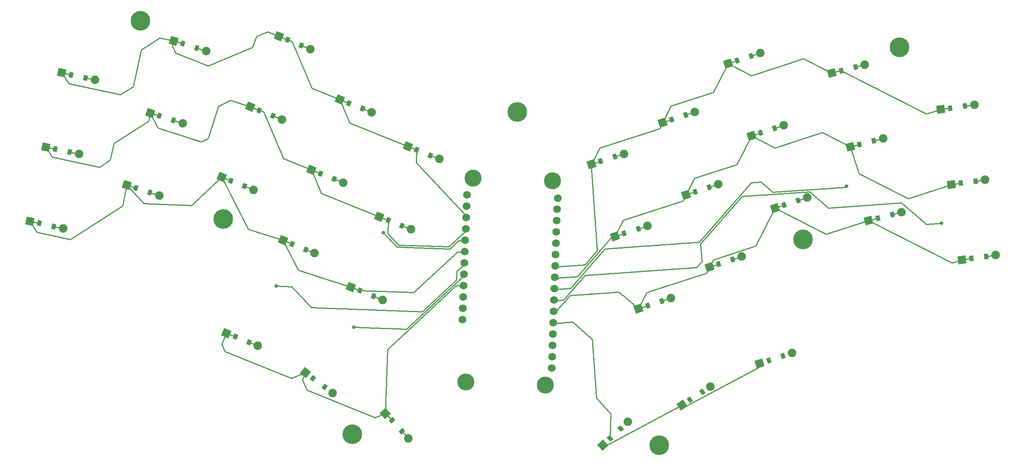
<source format=gbr>
%TF.GenerationSoftware,KiCad,Pcbnew,9.0.0*%
%TF.CreationDate,2025-06-15T19:28:49-07:00*%
%TF.ProjectId,flexible-determinist,666c6578-6962-46c6-952d-64657465726d,v1.0.0*%
%TF.SameCoordinates,Original*%
%TF.FileFunction,Copper,L1,Top*%
%TF.FilePolarity,Positive*%
%FSLAX46Y46*%
G04 Gerber Fmt 4.6, Leading zero omitted, Abs format (unit mm)*
G04 Created by KiCad (PCBNEW 9.0.0) date 2025-06-15 19:28:49*
%MOMM*%
%LPD*%
G01*
G04 APERTURE LIST*
G04 Aperture macros list*
%AMRotRect*
0 Rectangle, with rotation*
0 The origin of the aperture is its center*
0 $1 length*
0 $2 width*
0 $3 Rotation angle, in degrees counterclockwise*
0 Add horizontal line*
21,1,$1,$2,0,0,$3*%
G04 Aperture macros list end*
%TA.AperFunction,ComponentPad*%
%ADD10RotRect,1.778000X1.778000X338.000000*%
%TD*%
%TA.AperFunction,SMDPad,CuDef*%
%ADD11RotRect,0.900000X1.200000X338.000000*%
%TD*%
%TA.AperFunction,ComponentPad*%
%ADD12C,1.905000*%
%TD*%
%TA.AperFunction,ComponentPad*%
%ADD13C,0.700000*%
%TD*%
%TA.AperFunction,ComponentPad*%
%ADD14C,4.400000*%
%TD*%
%TA.AperFunction,ComponentPad*%
%ADD15RotRect,1.778000X1.778000X18.000000*%
%TD*%
%TA.AperFunction,SMDPad,CuDef*%
%ADD16RotRect,0.900000X1.200000X18.000000*%
%TD*%
%TA.AperFunction,ComponentPad*%
%ADD17RotRect,1.778000X1.778000X14.000000*%
%TD*%
%TA.AperFunction,SMDPad,CuDef*%
%ADD18RotRect,0.900000X1.200000X14.000000*%
%TD*%
%TA.AperFunction,ComponentPad*%
%ADD19RotRect,1.778000X1.778000X342.000000*%
%TD*%
%TA.AperFunction,SMDPad,CuDef*%
%ADD20RotRect,0.900000X1.200000X342.000000*%
%TD*%
%TA.AperFunction,ComponentPad*%
%ADD21RotRect,1.778000X1.778000X33.000000*%
%TD*%
%TA.AperFunction,SMDPad,CuDef*%
%ADD22RotRect,0.900000X1.200000X33.000000*%
%TD*%
%TA.AperFunction,ComponentPad*%
%ADD23RotRect,1.778000X1.778000X313.000000*%
%TD*%
%TA.AperFunction,SMDPad,CuDef*%
%ADD24RotRect,0.900000X1.200000X313.000000*%
%TD*%
%TA.AperFunction,ComponentPad*%
%ADD25RotRect,1.778000X1.778000X348.000000*%
%TD*%
%TA.AperFunction,SMDPad,CuDef*%
%ADD26RotRect,0.900000X1.200000X348.000000*%
%TD*%
%TA.AperFunction,ComponentPad*%
%ADD27RotRect,1.778000X1.778000X8.000000*%
%TD*%
%TA.AperFunction,SMDPad,CuDef*%
%ADD28RotRect,0.900000X1.200000X8.000000*%
%TD*%
%TA.AperFunction,WasherPad*%
%ADD29C,3.810000*%
%TD*%
%TA.AperFunction,ComponentPad*%
%ADD30C,1.752600*%
%TD*%
%TA.AperFunction,ComponentPad*%
%ADD31RotRect,1.778000X1.778000X323.000000*%
%TD*%
%TA.AperFunction,SMDPad,CuDef*%
%ADD32RotRect,0.900000X1.200000X323.000000*%
%TD*%
%TA.AperFunction,ComponentPad*%
%ADD33RotRect,1.778000X1.778000X43.000000*%
%TD*%
%TA.AperFunction,SMDPad,CuDef*%
%ADD34RotRect,0.900000X1.200000X43.000000*%
%TD*%
%TA.AperFunction,ViaPad*%
%ADD35C,0.800000*%
%TD*%
%TA.AperFunction,Conductor*%
%ADD36C,0.250000*%
%TD*%
G04 APERTURE END LIST*
D10*
%TO.P,D9,1*%
%TO.N,D5*%
X110951719Y-87808347D03*
D11*
X112954434Y-88617498D03*
%TO.P,D9,2*%
%TO.N,middle_top*%
X116014144Y-89853698D03*
D12*
X118016859Y-90662849D03*
%TD*%
D13*
%TO.P,_6,1*%
%TO.N,N/C*%
X248220254Y-90541990D03*
X248536449Y-89319362D03*
X248861205Y-91630104D03*
X250083833Y-91946299D03*
D14*
X249854198Y-90312355D03*
D13*
X249624563Y-88678411D03*
X250847191Y-88994606D03*
X251171947Y-91305348D03*
X251488142Y-90082720D03*
%TD*%
D15*
%TO.P,D25,1*%
%TO.N,A1*%
X221975605Y-126262195D03*
D16*
X224029888Y-125594715D03*
%TO.P,D25,2*%
%TO.N,mirror_middle_bottom*%
X227168372Y-124574965D03*
D12*
X229222655Y-123907485D03*
%TD*%
D17*
%TO.P,D24,1*%
%TO.N,D25*%
X234682772Y-96036629D03*
D18*
X236778609Y-95514073D03*
%TO.P,D24,2*%
%TO.N,mirror_ring_top*%
X239980579Y-94715737D03*
D12*
X242076416Y-94193181D03*
%TD*%
D15*
%TO.P,D26,1*%
%TO.N,D24*%
X216722315Y-110094229D03*
D16*
X218776598Y-109426749D03*
%TO.P,D26,2*%
%TO.N,mirror_middle_middle*%
X221915082Y-108406999D03*
D12*
X223969365Y-107739519D03*
%TD*%
D15*
%TO.P,D34,1*%
%TO.N,A0*%
X218549355Y-161022238D03*
D16*
X220603638Y-160354758D03*
%TO.P,D34,2*%
%TO.N,mirror_outer_cluster*%
X223742122Y-159335008D03*
D12*
X225796405Y-158667528D03*
%TD*%
D19*
%TO.P,D6,1*%
%TO.N,D5*%
X87465399Y-88794048D03*
D20*
X89519677Y-89461524D03*
%TO.P,D6,2*%
%TO.N,ring_top*%
X92658165Y-90481280D03*
D12*
X94712443Y-91148756D03*
%TD*%
D10*
%TO.P,D16,1*%
%TO.N,D13*%
X99208258Y-154246971D03*
D11*
X101210973Y-155056122D03*
%TO.P,D16,2*%
%TO.N,outer_cluster*%
X104270683Y-156292322D03*
D12*
X106273398Y-157101473D03*
%TD*%
D13*
%TO.P,_2,1*%
%TO.N,N/C*%
X78363331Y-84037057D03*
X78593469Y-85278765D03*
X79078622Y-82996304D03*
X80320330Y-82766166D03*
D14*
X79977276Y-84380111D03*
D13*
X79634222Y-85994056D03*
X80875930Y-85763918D03*
X81361083Y-83481457D03*
X81591221Y-84723165D03*
%TD*%
D21*
%TO.P,D35,1*%
%TO.N,A0*%
X201158154Y-170360147D03*
D22*
X202969683Y-169183729D03*
%TO.P,D35,2*%
%TO.N,mirror_mod_cluster*%
X205737297Y-167386421D03*
D12*
X207548826Y-166210003D03*
%TD*%
D23*
%TO.P,D18,1*%
%TO.N,D13*%
X134789510Y-172214123D03*
D24*
X136262627Y-173793848D03*
%TO.P,D18,2*%
%TO.N,space_cluster*%
X138513221Y-176207314D03*
D12*
X139986338Y-177787039D03*
%TD*%
D25*
%TO.P,D2,1*%
%TO.N,D6*%
X58837741Y-112601668D03*
D26*
X60950541Y-113050758D03*
%TO.P,D2,2*%
%TO.N,pinkie_middle*%
X64178431Y-113736866D03*
D12*
X66291231Y-114185956D03*
%TD*%
D15*
%TO.P,D29,1*%
%TO.N,D24*%
X202075426Y-123264989D03*
D16*
X204129709Y-122597509D03*
%TO.P,D29,2*%
%TO.N,mirror_index_middle*%
X207268193Y-121577759D03*
D12*
X209322476Y-120910279D03*
%TD*%
D15*
%TO.P,D31,1*%
%TO.N,A1*%
X191445775Y-148799494D03*
D16*
X193500058Y-148132014D03*
%TO.P,D31,2*%
%TO.N,mirror_inner_bottom*%
X196638542Y-147112264D03*
D12*
X198692825Y-146444784D03*
%TD*%
D13*
%TO.P,_4,1*%
%TO.N,N/C*%
X126290186Y-175709731D03*
X127473067Y-175267469D03*
X125766488Y-176858880D03*
X128622216Y-175791167D03*
D14*
X127415483Y-176916464D03*
D13*
X126208750Y-178041761D03*
X129064478Y-176974048D03*
X127357899Y-178565459D03*
X128540780Y-178123197D03*
%TD*%
D15*
%TO.P,D27,1*%
%TO.N,D25*%
X211469030Y-93926274D03*
D16*
X213523313Y-93258794D03*
%TO.P,D27,2*%
%TO.N,mirror_middle_top*%
X216661797Y-92239044D03*
D12*
X218716080Y-91571564D03*
%TD*%
D27*
%TO.P,D21,1*%
%TO.N,D25*%
X259061821Y-104165720D03*
D28*
X261200801Y-103865105D03*
%TO.P,D21,2*%
%TO.N,mirror_pinkie_top*%
X264468689Y-103405835D03*
D12*
X266607669Y-103105220D03*
%TD*%
D10*
%TO.P,D12,1*%
%TO.N,D5*%
X124644175Y-101968739D03*
D11*
X126646890Y-102777890D03*
%TO.P,D12,2*%
%TO.N,index_top*%
X129706600Y-104014090D03*
D12*
X131709315Y-104823241D03*
%TD*%
D27*
%TO.P,D19,1*%
%TO.N,A1*%
X263793709Y-137834828D03*
D28*
X265932689Y-137534213D03*
%TO.P,D19,2*%
%TO.N,mirror_pinkie_bottom*%
X269200577Y-137074943D03*
D12*
X271339557Y-136774328D03*
%TD*%
D13*
%TO.P,_5,1*%
%TO.N,N/C*%
X162658148Y-104716843D03*
X163181846Y-103567694D03*
X163100410Y-105899724D03*
X164364727Y-103125432D03*
D14*
X164307143Y-104774427D03*
D13*
X164249559Y-106423422D03*
X165513876Y-103649130D03*
X165432440Y-105981160D03*
X165956138Y-104832011D03*
%TD*%
D19*
%TO.P,D4,1*%
%TO.N,D10*%
X76958824Y-121129964D03*
D20*
X79013102Y-121797440D03*
%TO.P,D4,2*%
%TO.N,ring_bottom*%
X82151590Y-122817196D03*
D12*
X84205868Y-123484672D03*
%TD*%
D13*
%TO.P,_8,1*%
%TO.N,N/C*%
X194869815Y-180439456D03*
X194427553Y-179256575D03*
X196018964Y-180963154D03*
X194951251Y-178107426D03*
D14*
X196076548Y-179314159D03*
D13*
X197201845Y-180520892D03*
X196134132Y-177665164D03*
X197725543Y-179371743D03*
X197283281Y-178188862D03*
%TD*%
%TO.P,_7,1*%
%TO.N,N/C*%
X226687433Y-133773800D03*
X226786514Y-132514841D03*
X227507591Y-134734086D03*
X228766550Y-134833167D03*
D14*
X228256675Y-133263925D03*
D13*
X227746800Y-131694683D03*
X229005759Y-131793764D03*
X229726836Y-134013009D03*
X229825917Y-132754050D03*
%TD*%
D29*
%TO.P,_1,*%
%TO.N,*%
X152847892Y-165231875D03*
X170617061Y-165852388D03*
X154443497Y-119539726D03*
X172212666Y-120160239D03*
D30*
%TO.P,_1,1*%
%TO.N,VBAT*%
X152066212Y-151226063D03*
%TO.P,_1,2*%
%TO.N,EN*%
X152154857Y-148687610D03*
%TO.P,_1,3*%
%TO.N,VBUS*%
X152243501Y-146149157D03*
%TO.P,_1,4*%
%TO.N,D13*%
X152332142Y-143610705D03*
%TO.P,_1,5*%
%TO.N,D12*%
X152420787Y-141072251D03*
%TO.P,_1,6*%
%TO.N,D11*%
X152509435Y-138533799D03*
%TO.P,_1,7*%
%TO.N,D10*%
X152598081Y-135995346D03*
%TO.P,_1,8*%
%TO.N,D9*%
X152686725Y-133456894D03*
%TO.P,_1,9*%
%TO.N,D6*%
X152775369Y-130918440D03*
%TO.P,_1,10*%
%TO.N,D5*%
X152864013Y-128379988D03*
%TO.P,_1,11*%
%TO.N,SCL*%
X152952667Y-125841536D03*
%TO.P,_1,12*%
%TO.N,SDA*%
X153041304Y-123303083D03*
%TO.P,_1,13*%
%TO.N,RST*%
X172019254Y-162089031D03*
%TO.P,_1,14*%
%TO.N,V33*%
X172107891Y-159550578D03*
%TO.P,_1,15*%
X172196545Y-157012126D03*
%TO.P,_1,16*%
%TO.N,GND*%
X172285189Y-154473674D03*
%TO.P,_1,17*%
%TO.N,A0*%
X172373833Y-151935220D03*
%TO.P,_1,18*%
%TO.N,A1*%
X172462477Y-149396768D03*
%TO.P,_1,19*%
%TO.N,A2*%
X172551123Y-146858315D03*
%TO.P,_1,20*%
%TO.N,A3*%
X172639771Y-144319863D03*
%TO.P,_1,21*%
%TO.N,D24*%
X172728416Y-141781409D03*
%TO.P,_1,22*%
%TO.N,D25*%
X172817057Y-139242957D03*
%TO.P,_1,23*%
%TO.N,SCK*%
X172905701Y-136704504D03*
%TO.P,_1,24*%
%TO.N,MOSI*%
X172994346Y-134166051D03*
%TO.P,_1,25*%
%TO.N,MISO*%
X173082991Y-131627599D03*
%TO.P,_1,26*%
%TO.N,RX*%
X173171637Y-129089146D03*
%TO.P,_1,27*%
%TO.N,TX*%
X173260272Y-126550693D03*
%TO.P,_1,28*%
%TO.N,D4*%
X173348925Y-124012241D03*
%TD*%
D10*
%TO.P,D11,1*%
%TO.N,D6*%
X118275865Y-117730867D03*
D11*
X120278580Y-118540018D03*
%TO.P,D11,2*%
%TO.N,index_middle*%
X123338290Y-119776218D03*
D12*
X125341005Y-120585369D03*
%TD*%
D15*
%TO.P,D33,1*%
%TO.N,D25*%
X180939204Y-116463566D03*
D16*
X182993487Y-115796086D03*
%TO.P,D33,2*%
%TO.N,mirror_inner_top*%
X186131971Y-114776336D03*
D12*
X188186254Y-114108856D03*
%TD*%
D15*
%TO.P,D30,1*%
%TO.N,D25*%
X196822143Y-107097028D03*
D16*
X198876426Y-106429548D03*
%TO.P,D30,2*%
%TO.N,mirror_index_top*%
X202014910Y-105409798D03*
D12*
X204069193Y-104742318D03*
%TD*%
D27*
%TO.P,D20,1*%
%TO.N,D24*%
X261427770Y-121000268D03*
D28*
X263566750Y-120699653D03*
%TO.P,D20,2*%
%TO.N,mirror_pinkie_middle*%
X266834638Y-120240383D03*
D12*
X268973618Y-119939768D03*
%TD*%
D10*
%TO.P,D15,1*%
%TO.N,D5*%
X139835061Y-112420386D03*
D11*
X141837776Y-113229537D03*
%TO.P,D15,2*%
%TO.N,inner_top*%
X144897486Y-114465737D03*
D12*
X146900201Y-115274888D03*
%TD*%
D10*
%TO.P,D14,1*%
%TO.N,D6*%
X133466748Y-128182515D03*
D11*
X135469463Y-128991666D03*
%TO.P,D14,2*%
%TO.N,inner_middle*%
X138529173Y-130227866D03*
D12*
X140531888Y-131037017D03*
%TD*%
D19*
%TO.P,D5,1*%
%TO.N,D6*%
X82212107Y-104962010D03*
D20*
X84266385Y-105629486D03*
%TO.P,D5,2*%
%TO.N,ring_middle*%
X87404873Y-106649242D03*
D12*
X89459151Y-107316718D03*
%TD*%
D10*
%TO.P,D8,1*%
%TO.N,D6*%
X104583402Y-103570467D03*
D11*
X106586117Y-104379618D03*
%TO.P,D8,2*%
%TO.N,middle_middle*%
X109645827Y-105615818D03*
D12*
X111648542Y-106424969D03*
%TD*%
D17*
%TO.P,D22,1*%
%TO.N,A1*%
X242908114Y-129026686D03*
D18*
X245003951Y-128504130D03*
%TO.P,D22,2*%
%TO.N,mirror_ring_bottom*%
X248205921Y-127705794D03*
D12*
X250301758Y-127183238D03*
%TD*%
D25*
%TO.P,D3,1*%
%TO.N,D5*%
X62372228Y-95973156D03*
D26*
X64485028Y-96422246D03*
%TO.P,D3,2*%
%TO.N,pinkie_top*%
X67712918Y-97108354D03*
D12*
X69825718Y-97557444D03*
%TD*%
D31*
%TO.P,D17,1*%
%TO.N,D13*%
X116885245Y-163043947D03*
D32*
X118610297Y-164343874D03*
%TO.P,D17,2*%
%TO.N,mod_cluster*%
X121245795Y-166329864D03*
D12*
X122970847Y-167629791D03*
%TD*%
D15*
%TO.P,D28,1*%
%TO.N,A1*%
X207328714Y-139432949D03*
D16*
X209382997Y-138765469D03*
%TO.P,D28,2*%
%TO.N,mirror_index_bottom*%
X212521481Y-137745719D03*
D12*
X214575764Y-137078239D03*
%TD*%
D10*
%TO.P,D10,1*%
%TO.N,D10*%
X111907552Y-133492992D03*
D11*
X113910267Y-134302143D03*
%TO.P,D10,2*%
%TO.N,index_bottom*%
X116969977Y-135538343D03*
D12*
X118972692Y-136347494D03*
%TD*%
D15*
%TO.P,D32,1*%
%TO.N,D24*%
X186192476Y-132631525D03*
D16*
X188246759Y-131964045D03*
%TO.P,D32,2*%
%TO.N,mirror_inner_middle*%
X191385243Y-130944295D03*
D12*
X193439526Y-130276815D03*
%TD*%
D10*
%TO.P,D13,1*%
%TO.N,D10*%
X127098432Y-143944644D03*
D11*
X129101147Y-144753795D03*
%TO.P,D13,2*%
%TO.N,inner_bottom*%
X132160857Y-145989995D03*
D12*
X134163572Y-146799146D03*
%TD*%
D17*
%TO.P,D23,1*%
%TO.N,D24*%
X238795451Y-112531656D03*
D18*
X240891288Y-112009100D03*
%TO.P,D23,2*%
%TO.N,mirror_ring_middle*%
X244093258Y-111210764D03*
D12*
X246189095Y-110688208D03*
%TD*%
D13*
%TO.P,_3,1*%
%TO.N,N/C*%
X96996191Y-128115524D03*
X97881340Y-127214791D03*
X97007213Y-129378330D03*
X99144146Y-127203769D03*
D14*
X98526046Y-128733624D03*
D13*
X97907946Y-130263479D03*
X100044879Y-128088918D03*
X99170752Y-130252457D03*
X100055901Y-129351724D03*
%TD*%
D10*
%TO.P,D7,1*%
%TO.N,D10*%
X98215100Y-119332598D03*
D11*
X100217815Y-120141749D03*
%TO.P,D7,2*%
%TO.N,middle_bottom*%
X103277525Y-121377949D03*
D12*
X105280240Y-122187100D03*
%TD*%
D25*
%TO.P,D1,1*%
%TO.N,D10*%
X55303229Y-129230173D03*
D26*
X57416029Y-129679263D03*
%TO.P,D1,2*%
%TO.N,pinkie_bottom*%
X60643919Y-130365371D03*
D12*
X62756719Y-130814461D03*
%TD*%
D33*
%TO.P,D36,1*%
%TO.N,A0*%
X183475594Y-179305711D03*
D34*
X185055319Y-177832594D03*
%TO.P,D36,2*%
%TO.N,mirror_space_cluster*%
X187468785Y-175582000D03*
D12*
X189048510Y-174108883D03*
%TD*%
D35*
%TO.N,A2*%
X259225963Y-129656610D03*
%TO.N,A3*%
X237952035Y-121334919D03*
%TO.N,D11*%
X110423354Y-143704140D03*
%TO.N,D12*%
X127720832Y-152955477D03*
%TO.N,D9*%
X134380106Y-131762697D03*
%TD*%
D36*
%TO.N,A2*%
X229740421Y-122589653D02*
X214641162Y-123645501D01*
X259225963Y-129656610D02*
X255820075Y-129894777D01*
X205346001Y-134338355D02*
X205614966Y-138184784D01*
X204436854Y-139540044D02*
X179497755Y-141283965D01*
X179497755Y-141283965D02*
X174662011Y-146846851D01*
X214641162Y-123645501D02*
X205346001Y-134338355D01*
X250301656Y-125097688D02*
X233941607Y-126241691D01*
X255820075Y-129894777D02*
X250301656Y-125097688D01*
X205614966Y-138184784D02*
X204436854Y-139540044D01*
X233941607Y-126241691D02*
X229740421Y-122589653D01*
X174662011Y-146846851D02*
X173000067Y-146963069D01*
%TO.N,pinkie_bottom*%
X62756719Y-130814460D02*
X62756721Y-130814463D01*
X60643928Y-130365370D02*
X62756719Y-130814460D01*
%TO.N,pinkie_middle*%
X64178424Y-113736861D02*
X66291226Y-114185957D01*
X66291226Y-114185957D02*
X66291226Y-114185961D01*
%TO.N,pinkie_top*%
X69825714Y-97557447D02*
X69825716Y-97557449D01*
X67712918Y-97108353D02*
X69825714Y-97557447D01*
%TO.N,A3*%
X176233570Y-144204703D02*
X173088720Y-144424611D01*
X221382603Y-122628317D02*
X218825612Y-120405556D01*
X237952035Y-121334919D02*
X237740615Y-121578130D01*
X216626690Y-120559321D02*
X205020263Y-133910994D01*
X237740615Y-121578130D02*
X221389122Y-122721535D01*
X221389122Y-122721535D02*
X221382603Y-122628317D01*
X183897792Y-135388016D02*
X176233570Y-144204703D01*
X218825612Y-120405556D02*
X216626690Y-120559321D01*
X205020263Y-133910994D02*
X183897792Y-135388016D01*
%TO.N,ring_bottom*%
X84205870Y-123484674D02*
X84205868Y-123484676D01*
X82151590Y-122817199D02*
X84205870Y-123484674D01*
%TO.N,ring_middle*%
X89459155Y-107316725D02*
X89459156Y-107316725D01*
X87404873Y-106649247D02*
X89459155Y-107316725D01*
%TO.N,ring_top*%
X92658163Y-90481287D02*
X94712444Y-91148760D01*
X94712444Y-91148760D02*
X94712446Y-91148761D01*
%TO.N,D11*%
X143094059Y-149422201D02*
X150695718Y-142333541D01*
X113897212Y-143825449D02*
X118309170Y-148556697D01*
X118309170Y-148556697D02*
X143094059Y-149422201D01*
X110423354Y-143704140D02*
X113897212Y-143825449D01*
X150762056Y-140433975D02*
X152697193Y-138629427D01*
X150695718Y-142333541D02*
X150762056Y-140433975D01*
X152697193Y-138629427D02*
X152958378Y-138638550D01*
%TO.N,middle_bottom*%
X105280238Y-122187089D02*
X105280236Y-122187093D01*
X103277517Y-121377951D02*
X105280238Y-122187089D01*
%TO.N,middle_middle*%
X111648547Y-106424967D02*
X111648552Y-106424969D01*
X109645828Y-105615819D02*
X111648547Y-106424967D01*
%TO.N,middle_top*%
X118016864Y-90662856D02*
X118016868Y-90662857D01*
X116014154Y-89853702D02*
X118016864Y-90662856D01*
%TO.N,D12*%
X152607083Y-141167829D02*
X152869730Y-141177001D01*
X127720832Y-152955477D02*
X139524362Y-153367664D01*
X139524362Y-153367664D02*
X152607083Y-141167829D01*
%TO.N,index_bottom*%
X118972691Y-136347493D02*
X118972694Y-136347496D01*
X116969979Y-135538340D02*
X118972691Y-136347493D01*
%TO.N,index_middle*%
X123338286Y-119776213D02*
X125340996Y-120585367D01*
X125340996Y-120585367D02*
X125341000Y-120585369D01*
%TO.N,index_top*%
X131709317Y-104823240D02*
X131709319Y-104823244D01*
X129706602Y-104014086D02*
X131709317Y-104823240D01*
%TO.N,D9*%
X149490004Y-135122154D02*
X151234636Y-133495258D01*
X137364509Y-134963073D02*
X137506927Y-134968046D01*
X137880322Y-134981085D02*
X148843365Y-135363923D01*
X148843365Y-135363923D02*
X149137648Y-135374202D01*
X149216754Y-135376963D02*
X149490004Y-135122154D01*
X151234636Y-133495258D02*
X153135667Y-133561645D01*
X137506927Y-134968046D02*
X137880322Y-134981085D01*
X134380106Y-131762697D02*
X137364509Y-134963073D01*
X149137648Y-135374202D02*
X149216754Y-135376963D01*
%TO.N,inner_bottom*%
X134163577Y-146799143D02*
X134163578Y-146799148D01*
X132160861Y-145989991D02*
X134163577Y-146799143D01*
%TO.N,inner_middle*%
X138529173Y-130227866D02*
X140531886Y-131037011D01*
X140531886Y-131037011D02*
X140531890Y-131037011D01*
%TO.N,inner_top*%
X144897486Y-114465749D02*
X146900202Y-115274888D01*
X146900202Y-115274888D02*
X146900205Y-115274890D01*
%TO.N,outer_cluster*%
X106273400Y-157101472D02*
X106273400Y-157101473D01*
X104270691Y-156292322D02*
X106273400Y-157101472D01*
%TO.N,space_cluster*%
X139986336Y-177787042D02*
X138513217Y-176207310D01*
%TO.N,mirror_pinkie_bottom*%
X271339547Y-136774327D02*
X271339551Y-136774325D01*
X269200580Y-137074939D02*
X271339547Y-136774327D01*
%TO.N,mirror_pinkie_middle*%
X266834645Y-120240380D02*
X268973615Y-119939763D01*
X268973615Y-119939763D02*
X268973617Y-119939764D01*
%TO.N,mirror_pinkie_top*%
X266607667Y-103105213D02*
X266607670Y-103105210D01*
X264468693Y-103405826D02*
X266607667Y-103105213D01*
%TO.N,mirror_ring_bottom*%
X248205923Y-127705789D02*
X250301764Y-127183241D01*
X250301764Y-127183241D02*
X250301764Y-127183235D01*
%TO.N,mirror_ring_middle*%
X244093253Y-111210763D02*
X246189086Y-110688213D01*
X246189086Y-110688213D02*
X246189095Y-110688203D01*
%TO.N,mirror_ring_top*%
X242076412Y-94193188D02*
X242076418Y-94193186D01*
X239980581Y-94715740D02*
X242076412Y-94193188D01*
%TO.N,mirror_middle_bottom*%
X227168366Y-124574965D02*
X229222651Y-123907492D01*
X229222651Y-123907492D02*
X229222656Y-123907482D01*
%TO.N,mirror_middle_middle*%
X223969362Y-107739528D02*
X223969363Y-107739520D01*
X221915074Y-108407007D02*
X223969362Y-107739528D01*
%TO.N,mirror_middle_top*%
X218716077Y-91571566D02*
X218716082Y-91571559D01*
X216661799Y-92239037D02*
X218716077Y-91571566D01*
%TO.N,mirror_index_bottom*%
X212521478Y-137745724D02*
X214575767Y-137078243D01*
X214575767Y-137078243D02*
X214575772Y-137078238D01*
%TO.N,mirror_index_middle*%
X207268195Y-121577765D02*
X209322477Y-120910292D01*
X209322477Y-120910292D02*
X209322475Y-120910279D01*
%TO.N,mirror_index_top*%
X202014906Y-105409802D02*
X204069188Y-104742328D01*
X204069188Y-104742328D02*
X204069189Y-104742323D01*
%TO.N,mirror_inner_bottom*%
X198692828Y-146444786D02*
X198692833Y-146444773D01*
X196638543Y-147112254D02*
X198692828Y-146444786D01*
%TO.N,mirror_inner_middle*%
X191385244Y-130944297D02*
X193439527Y-130276823D01*
X193439527Y-130276823D02*
X193439530Y-130276818D01*
%TO.N,mirror_inner_top*%
X186131962Y-114776332D02*
X188186245Y-114108854D01*
X188186245Y-114108854D02*
X188186247Y-114108850D01*
%TO.N,D10*%
X98215100Y-119332591D02*
X100217808Y-120141752D01*
X100217808Y-120141752D02*
X100217812Y-120141746D01*
X55303233Y-129230175D02*
X57416029Y-129679257D01*
X80800856Y-125250050D02*
X76958819Y-121129964D01*
X127098425Y-143944640D02*
X129101146Y-144753800D01*
X153035665Y-136110688D02*
X150915612Y-136036652D01*
X150915612Y-136036652D02*
X141117636Y-145173418D01*
X104145059Y-130970802D02*
X111907557Y-133492995D01*
X55303233Y-129230175D02*
X56896467Y-131683543D01*
X111907557Y-133492995D02*
X113910266Y-134302130D01*
X153047025Y-136100096D02*
X153035665Y-136110688D01*
X153030313Y-136578461D02*
X153047019Y-136100088D01*
X79013097Y-121797435D02*
X79013094Y-121797440D01*
X64372971Y-133272721D02*
X75979976Y-125735050D01*
X75979976Y-125735050D02*
X76958813Y-121129967D01*
X76958819Y-121129964D02*
X79013097Y-121797435D01*
X98215095Y-119332589D02*
X91469878Y-125622621D01*
X141117636Y-145173418D02*
X129101150Y-144753791D01*
X111907557Y-133492995D02*
X115275607Y-140103169D01*
X91469878Y-125622621D02*
X80800856Y-125250050D01*
X113910266Y-134302130D02*
X113910268Y-134302138D01*
X56896467Y-131683543D02*
X64372971Y-133272721D01*
X115275607Y-140103169D02*
X127098427Y-143944641D01*
X129101146Y-144753800D02*
X129101148Y-144753797D01*
X57416029Y-129679257D02*
X57416029Y-129679262D01*
X98215100Y-119332591D02*
X104145059Y-130970802D01*
%TO.N,D6*%
X106586117Y-104379615D02*
X106586118Y-104379620D01*
X60276932Y-114817822D02*
X70883497Y-117072316D01*
X111983132Y-115188431D02*
X118275861Y-117730865D01*
X118275861Y-117730865D02*
X120486167Y-122938018D01*
X81829998Y-106759695D02*
X82212107Y-104962012D01*
X107562510Y-104774105D02*
X111983132Y-115188431D01*
X58837733Y-112601666D02*
X60950534Y-113050755D01*
X120278579Y-118540004D02*
X120278574Y-118540009D01*
X104583401Y-103570465D02*
X107562510Y-104774105D01*
X135469463Y-128991668D02*
X135364098Y-132008854D01*
X70883497Y-117072316D02*
X73255620Y-115531851D01*
X93623509Y-111462093D02*
X95135589Y-110691642D01*
X73255620Y-115531851D02*
X74045684Y-111814886D01*
X133466741Y-128182514D02*
X135469460Y-128991664D01*
X60950534Y-113050755D02*
X60950536Y-113050758D01*
X82217709Y-104963828D02*
X83922732Y-108310119D01*
X74045684Y-111814886D02*
X81829998Y-106759695D01*
X97484117Y-103463614D02*
X100120422Y-102120361D01*
X104583401Y-103570467D02*
X106586117Y-104379615D01*
X95135589Y-110691642D02*
X97484117Y-103463614D01*
X82212107Y-104962012D02*
X84266384Y-105629489D01*
X100120422Y-102120361D02*
X104583401Y-103570467D01*
X84266384Y-105629489D02*
X84266386Y-105629489D01*
X82212107Y-104962012D02*
X82217709Y-104963828D01*
X135364098Y-132008854D02*
X137709365Y-134523841D01*
X137709365Y-134523841D02*
X149045799Y-134919718D01*
X120486167Y-122938018D02*
X133466740Y-128182510D01*
X149045799Y-134919718D02*
X153224313Y-131023190D01*
X58837733Y-112601666D02*
X60276932Y-114817822D01*
X118275861Y-117730863D02*
X120278579Y-118540004D01*
X83922732Y-108310119D02*
X93623509Y-111462093D01*
X135469460Y-128991664D02*
X135469456Y-128991667D01*
%TO.N,D5*%
X110951723Y-87808349D02*
X112954435Y-88617495D01*
X75550189Y-100888938D02*
X78396737Y-99040374D01*
X78396737Y-99040374D02*
X80143189Y-90823926D01*
X64485026Y-96422245D02*
X64485028Y-96422249D01*
X141837772Y-113229538D02*
X141738490Y-116072631D01*
X63965472Y-98426527D02*
X75550189Y-100888938D01*
X105032609Y-90264832D02*
X106006583Y-87854157D01*
X87906342Y-91519321D02*
X95166641Y-94452679D01*
X80143189Y-90823926D02*
X84303757Y-88122021D01*
X87096399Y-89929715D02*
X87906342Y-91519321D01*
X95166641Y-94452679D02*
X105032609Y-90264832D01*
X87465396Y-88794050D02*
X87096399Y-89929715D01*
X118351439Y-99426309D02*
X124644174Y-101968729D01*
X108473405Y-86807041D02*
X110951719Y-87808351D01*
X141837772Y-113229537D02*
X141837773Y-113229539D01*
X87465396Y-88794050D02*
X89519677Y-89461531D01*
X141738490Y-116072631D02*
X153312957Y-128484725D01*
X106006583Y-87854157D02*
X108473405Y-86807041D01*
X124644174Y-101968729D02*
X126646893Y-102777889D01*
X62372232Y-95973162D02*
X64485026Y-96422245D01*
X126646893Y-102777889D02*
X126646896Y-102777896D01*
X62372232Y-95973162D02*
X63965472Y-98426527D01*
X84303757Y-88122021D02*
X87465399Y-88794047D01*
X126854485Y-107175897D02*
X139835065Y-112420396D01*
X113930816Y-89011979D02*
X118351439Y-99426309D01*
X112954435Y-88617495D02*
X112954437Y-88617495D01*
X89519677Y-89461531D02*
X89519684Y-89461530D01*
X110951719Y-87808351D02*
X113930816Y-89011979D01*
X124644174Y-101968729D02*
X126854485Y-107175897D01*
X139835065Y-112420396D02*
X141837772Y-113229537D01*
%TO.N,D13*%
X134789512Y-172214118D02*
X135288161Y-157934652D01*
X135288161Y-157934652D02*
X150617409Y-143639897D01*
X99208257Y-154246970D02*
X98210734Y-156715909D01*
X101210974Y-155056116D02*
X101210968Y-155056117D01*
X113812442Y-164348273D02*
X116885247Y-163043948D01*
X117214721Y-167017133D02*
X132491754Y-173189459D01*
X116223471Y-164681907D02*
X117214721Y-167017133D01*
X116885247Y-163043948D02*
X116223471Y-164681907D01*
X136262628Y-173793842D02*
X134789512Y-172214118D01*
X99208263Y-154246969D02*
X101210974Y-155056116D01*
X150617409Y-143639897D02*
X152781086Y-143715453D01*
X132491754Y-173189459D02*
X134789506Y-172214112D01*
X98210734Y-156715909D02*
X98891571Y-158319862D01*
X98891571Y-158319862D02*
X113812442Y-164348273D01*
%TO.N,A1*%
X224029889Y-125594721D02*
X224029893Y-125594716D01*
X206628572Y-140807061D02*
X193313792Y-145133298D01*
X187104938Y-145158982D02*
X187099335Y-145078774D01*
X261596328Y-138548804D02*
X242908122Y-129026684D01*
X176129754Y-145845839D02*
X175124940Y-147001748D01*
X242908122Y-129026684D02*
X245003951Y-128504130D01*
X193313792Y-145133298D02*
X191445778Y-148799489D01*
X265932684Y-137534216D02*
X265932685Y-137534216D01*
X242908122Y-129026684D02*
X233439356Y-132103265D01*
X188013550Y-145815899D02*
X187872024Y-145825797D01*
X263793709Y-137834828D02*
X265932684Y-137534216D01*
X221975602Y-126262193D02*
X217660137Y-134731764D01*
X207328713Y-139432948D02*
X209382996Y-138765471D01*
X233439356Y-132103265D02*
X221975602Y-126262193D01*
X208149562Y-137821942D02*
X207328713Y-139432948D01*
X191445766Y-148799479D02*
X188013550Y-145815899D01*
X245003951Y-128504130D02*
X245003955Y-128504121D01*
X221975602Y-126262193D02*
X224029889Y-125594721D01*
X187872024Y-145825797D02*
X187104938Y-145158982D01*
X207328713Y-139432948D02*
X206628572Y-140807061D01*
X174879825Y-147283713D02*
X174836687Y-147286735D01*
X263793712Y-137834824D02*
X261596328Y-138548804D01*
X175124940Y-147001748D02*
X174879825Y-147283713D01*
X217660137Y-134731764D02*
X208149562Y-137821942D01*
X187099335Y-145078774D02*
X176129754Y-145845839D01*
X191445778Y-148799489D02*
X193500060Y-148132009D01*
X209382996Y-138765471D02*
X209382999Y-138765469D01*
X174836687Y-147286735D02*
X172911410Y-149501522D01*
X193500060Y-148132009D02*
X193500062Y-148132001D01*
%TO.N,D24*%
X188060495Y-128965346D02*
X186192477Y-132631529D01*
X186192477Y-132631529D02*
X188246758Y-131964047D01*
X216722306Y-110094233D02*
X218776594Y-109426758D01*
X216722306Y-110094233D02*
X213454015Y-116508633D01*
X238795450Y-112531654D02*
X232539061Y-109343866D01*
X202075430Y-123264989D02*
X204129712Y-122597521D01*
X203943447Y-119598800D02*
X202075430Y-123264989D01*
X221981856Y-112774106D02*
X216722306Y-110094233D01*
X232539061Y-109343866D02*
X221981856Y-112774106D01*
X261427773Y-121000264D02*
X251749577Y-124144909D01*
X202075430Y-123264989D02*
X201375280Y-124639107D01*
X188246758Y-131964047D02*
X188246758Y-131964043D01*
X238795448Y-112531651D02*
X240891278Y-112009100D01*
X240747348Y-118538991D02*
X238795450Y-112531654D01*
X185476607Y-132681581D02*
X186192477Y-132631524D01*
X204129712Y-122597521D02*
X204129713Y-122597510D01*
X218776594Y-109426758D02*
X218776595Y-109426752D01*
X263566752Y-120699655D02*
X263566754Y-120699654D01*
X240891278Y-112009100D02*
X240891285Y-112009098D01*
X177753346Y-141566178D02*
X185476607Y-132681581D01*
X261427771Y-121000265D02*
X263566752Y-120699655D01*
X201375280Y-124639107D02*
X188060495Y-128965346D01*
X173177355Y-141886160D02*
X177753346Y-141566178D01*
X251749577Y-124144909D02*
X240747348Y-118538991D01*
X213454015Y-116508633D02*
X203943447Y-119598800D01*
%TO.N,D25*%
X198690149Y-103430838D02*
X196822139Y-107097035D01*
X182203172Y-135759806D02*
X179460808Y-138914527D01*
X182993479Y-115796085D02*
X182993483Y-115796080D01*
X213523314Y-93258788D02*
X213523318Y-93258785D01*
X179460808Y-138914527D02*
X173265997Y-139347706D01*
X234682770Y-96036627D02*
X236605481Y-95411901D01*
X259061820Y-104165712D02*
X261200800Y-103865097D01*
X228374207Y-92822253D02*
X216728577Y-96606147D01*
X196822139Y-107097035D02*
X198876421Y-106429556D01*
X180860194Y-116554437D02*
X182203172Y-135759806D01*
X236605481Y-95411901D02*
X255840199Y-105212483D01*
X211469024Y-93926268D02*
X208200731Y-100340668D01*
X196121995Y-108471137D02*
X182807216Y-112797377D01*
X261200800Y-103865097D02*
X261200798Y-103865096D01*
X180939196Y-116463563D02*
X182993479Y-115796085D01*
X216728577Y-96606147D02*
X211469024Y-93926268D01*
X211469024Y-93926268D02*
X213523314Y-93258788D01*
X180939196Y-116463560D02*
X180860194Y-116554437D01*
X234682770Y-96036627D02*
X228374207Y-92822253D01*
X198876421Y-106429556D02*
X198876424Y-106429548D01*
X182807216Y-112797377D02*
X180939196Y-116463563D01*
X255840199Y-105212483D02*
X259061822Y-104165710D01*
X196822139Y-107097035D02*
X196121995Y-108471137D01*
X208200731Y-100340668D02*
X198690149Y-103430838D01*
%TO.N,A0*%
X201158149Y-170360148D02*
X184020604Y-179472345D01*
X181086690Y-155624430D02*
X176654963Y-151771998D01*
X182007851Y-168797692D02*
X181086690Y-155624430D01*
X218549353Y-161022237D02*
X218262159Y-161961611D01*
X185055314Y-177832598D02*
X185249420Y-172273859D01*
X218262159Y-161961611D02*
X201989048Y-170614171D01*
X201989048Y-170614171D02*
X201158149Y-170360148D01*
X185249420Y-172273859D02*
X182007851Y-168797692D01*
X176654963Y-151771998D02*
X172822790Y-152039968D01*
X184020604Y-179472345D02*
X183475585Y-179305713D01*
%TD*%
M02*

</source>
